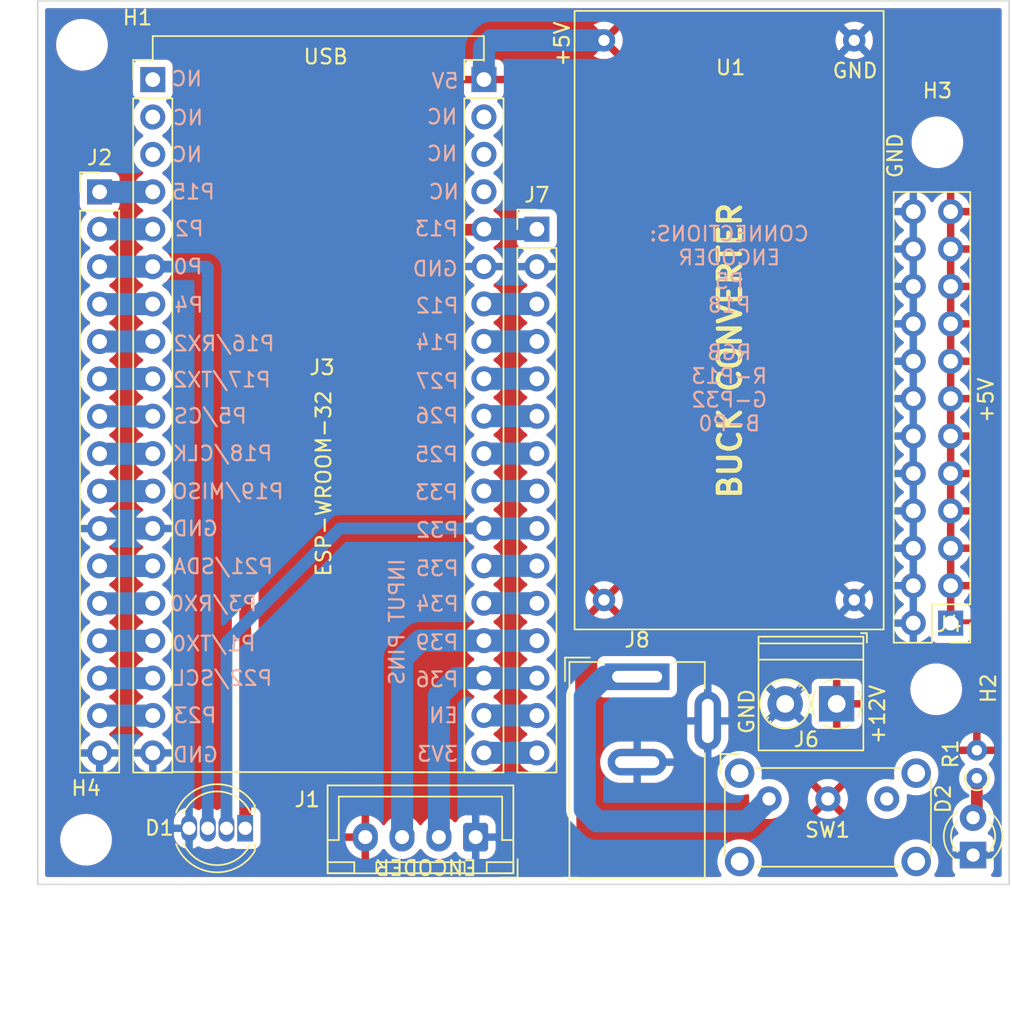
<source format=kicad_pcb>
(kicad_pcb (version 20221018) (generator pcbnew)
  (layers (0 "F.Cu" signal) (31 "B.Cu" signal) (34 "B.Paste" user) (35 "F.Paste" user) (36 "B.SilkS" user "B.Silkscreen") (37 "F.SilkS" user "F.Silkscreen") (38 "B.Mask" user) (39 "F.Mask" user) (44 "Edge.Cuts" user))
  (net 0 "")
  (net 1 "White")
  (net 2 "Green")
  (net 3 "GND")
  (net 4 "+5V")
  (net 5 "ENA")
  (net 6 "IN1")
  (net 7 "IN2")
  (net 8 "IN3")
  (net 9 "IN4")
  (net 10 "ENB")
  (net 11 "+12V")
  (net 12 "R")
  (net 13 "G")
  (net 14 "B")
  (net 15 "Net-(D2-Pad2)")
  (net 19 "Net-(J3-Pad14)")
  (net 20 "Net-(J3-Pad15)")
  (net 21 "Net-(J3-Pad18)")
  (net 22 "+3V3")
  (net 23 "Net-(J2-Pad15)")
  (net 24 "Net-(J2-Pad14)")
  (net 25 "Net-(J2-Pad13)")
  (net 26 "Net-(J2-Pad12)")
  (net 27 "Net-(J2-Pad11)")
  (net 28 "Net-(J2-Pad9)")
  (net 29 "Net-(J2-Pad8)")
  (net 30 "Net-(J2-Pad7)")
  (net 31 "Net-(J2-Pad6)")
  (net 32 "Net-(J2-Pad5)")
  (net 33 "Net-(J2-Pad4)")
  (net 34 "Net-(J2-Pad2)")
  (net 35 "Net-(J2-Pad1)")
  (net 39 "Net-(J8-Pad1)")
  (footprint "LED_THT:LED_D5.0mm-4_RGB" (layer "F.Cu") (at 61.175 146.19 180)
    (fp_text reference "D1" (at 5.83 0.02 180) (layer "F.SilkS"))
    (fp_text value "LED_RGBK")
    (fp_line (start -0.655 -1.545) (end -0.655 -1.08) (stroke (width 0.12)) (layer "F.SilkS"))
    (fp_line (start -0.655 1.08) (end -0.655 1.545) (stroke (width 0.12)) (layer "F.SilkS"))
    (fp_arc (start -0.655 -1.54483) (mid 2.163456 -2.978809) (end 4.692815 -1.080827) (stroke (width 0.12)) (layer "F.SilkS"))
    (fp_arc (start -0.349684 -1.08) (mid 1.904762 -2.5) (end 4.159479 -1.080429) (stroke (width 0.12)) (layer "F.SilkS"))
    (fp_arc (start 4.159479 1.080429) (mid 1.904762 2.5) (end -0.349684 1.08) (stroke (width 0.12)) (layer "F.SilkS"))
    (fp_arc (start 4.692815 1.080827) (mid 2.163456 2.978808) (end -0.655 1.54483) (stroke (width 0.12)) (layer "F.SilkS"))
    (pad "1" thru_hole rect (at 0 0 180) (size 1.07 1.8) (drill 0.9) (layers "*.Cu" "*.Mask") (net 12 "R"))
    (pad "2" thru_hole oval (at 1.27 0 180) (size 1.07 1.8) (drill 0.9) (layers "*.Cu" "*.Mask") (net 13 "G"))
    (pad "3" thru_hole oval (at 2.54 0 180) (size 1.07 1.8) (drill 0.9) (layers "*.Cu" "*.Mask") (net 14 "B"))
    (pad "4" thru_hole oval (at 3.81 0 180) (size 1.07 1.8) (drill 0.9) (layers "*.Cu" "*.Mask") (net 3 "GND"))
  )
  (footprint "ESP32 WROOM BOARD TYPE C:ESP-WROOM-32 TYPE C" (layer "F.Cu") (at 54.895 117.4)
    (fp_text reference "J3" (at 11.5 -2.5 unlocked) (layer "F.SilkS"))
    (fp_text value "ESP-WROOM-32_USBC")
    (fp_text user "NC" (at 19.66 -19.52 unlocked) (layer "B.SilkS") (effects (justify mirror)))
    (fp_text user "P36" (at 19.31 18.69 unlocked) (layer "B.SilkS") (effects (justify mirror)))
    (fp_text user "P0" (at 2.39 -9.34 unlocked) (layer "B.SilkS") (effects (justify mirror)))
    (fp_text user "INPUT PINS" (at 16.59 14.77 90 unlocked) (layer "B.SilkS") (effects (justify mirror)))
    (fp_text user "P5/CS" (at 3.91 0.8 unlocked) (layer "B.SilkS") (effects (justify mirror)))
    (fp_text user "P13" (at 19.27 -11.92 unlocked) (layer "B.SilkS") (effects (justify mirror)))
    (fp_text user "P19/MISO" (at 5.1 5.92 unlocked) (layer "B.SilkS") (effects (justify mirror)))
    (fp_text user "GND" (at 2.91 23.8 unlocked) (layer "B.SilkS") (effects (justify mirror)))
    (fp_text user "P32" (at 19.33 8.54 unlocked) (layer "B.SilkS") (effects (justify mirror)))
    (fp_text user "NC" (at 2.32 -22.1 unlocked) (layer "B.SilkS") (effects (justify mirror)))
    (fp_text user "P3/RX0" (at 4.13 13.54 unlocked) (layer "B.SilkS") (effects (justify mirror)))
    (fp_text user "P34" (at 19.33 13.56 unlocked) (layer "B.SilkS") (effects (justify mirror)))
    (fp_text user "GND" (at 19.19 -9.2 unlocked) (layer "B.SilkS") (effects (justify mirror)))
    (fp_text user "P27" (at 19.32 -1.57 unlocked) (layer "B.SilkS") (effects (justify mirror)))
    (fp_text user "NC" (at 2.33 -16.96 unlocked) (layer "B.SilkS") (effects (justify mirror)))
    (fp_text user "P23" (at 2.87 21.13 unlocked) (layer "B.SilkS") (effects (justify mirror)))
    (fp_text user "P21/SDA" (at 4.79 11.01 unlocked) (layer "B.SilkS") (effects (justify mirror)))
    (fp_text user "P39" (at 19.31 16.17 unlocked) (layer "B.SilkS") (effects (justify mirror)))
    (fp_text user "P2" (at 2.48 -11.92 unlocked) (layer "B.SilkS") (effects (justify mirror)))
    (fp_text user "NC" (at 2.39 -19.46 unlocked) (layer "B.SilkS") (effects (justify mirror)))
    (fp_text user "P4" (at 2.45 -6.74 unlocked) (layer "B.SilkS") (effects (justify mirror)))
    (fp_text user "P18/CLK" (at 4.74 3.34 unlocked) (layer "B.SilkS") (effects (justify mirror)))
    (fp_text user "P12" (at 19.32 -6.69 unlocked) (layer "B.SilkS") (effects (justify mirror)))
    (fp_text user "NC" (at 19.66 -17.02 unlocked) (layer "B.SilkS") (effects (justify mirror)))
    (fp_text user "P25" (at 19.28 3.41 unlocked) (layer "B.SilkS") (effects (justify mirror)))
    (fp_text user "GND" (at 2.9 8.44 unlocked) (layer "B.SilkS") (effects (justify mirror)))
    (fp_text user "P26" (at 19.3 0.78 unlocked) (layer "B.SilkS") (effects (justify mirror)))
    (fp_text user "3V3" (at 19.35 23.75 unlocked) (layer "B.SilkS") (effects (justify mirror)))
    (fp_text user "P14" (at 19.32 -4.2 unlocked) (layer "B.SilkS") (effects (justify mirror)))
    (fp_text user "P33" (at 19.28 5.98 unlocked) (layer "B.SilkS") (effects (justify mirror)))
    (fp_text user "P17/TX2" (at 4.7 -1.66 unlocked) (layer "B.SilkS") (effects (justify mirror)))
    (fp_text user "5V" (at 19.86 -21.95 unlocked) (layer "B.SilkS") (effects (justify mirror)))
    (fp_text user "P22/SCL" (at 4.76 18.6 unlocked) (layer "B.SilkS") (effects (justify mirror)))
    (fp_text user "P15" (at 2.76 -14.42 unlocked) (layer "B.SilkS") (effects (justify mirror)))
    (fp_text user "EN" (at 19.75 21.13 unlocked) (layer "B.SilkS") (effects (justify mirror)))
    (fp_text user "P16/RX2" (at 4.84 -4.12 unlocked) (layer "B.SilkS") (effects (justify mirror)))
    (fp_text user "P1/TX0" (at 4.15 16.26 unlocked) (layer "B.SilkS") (effects (justify mirror)))
    (fp_text user "NC" (at 19.78 -14.43 unlocked) (layer "B.SilkS") (effects (justify mirror)))
    (fp_text user "P35" (at 19.33 11.15 unlocked) (layer "B.SilkS") (effects (justify mirror)))
    (fp_text user "USB" (at 11.75 -23.6 unlocked) (layer "F.SilkS"))
    (fp_line (start -1.33 -23.375) (end 0 -23.375) (stroke (width 0.12)) (layer "F.SilkS"))
    (fp_line (start -1.33 -22.045) (end -1.33 -23.375) (stroke (width 0.12)) (layer "F.SilkS"))
    (fp_line (start -1.33 -20.775) (end -1.33 25.005) (stroke (width 0.12)) (layer "F.SilkS"))
    (fp_line (start -1.33 -20.775) (end 1.33 -20.775) (stroke (width 0.12)) (layer "F.SilkS"))
    (fp_line (start -1.33 25.005) (end 1.33 25.005) (stroke (width 0.12)) (layer "F.SilkS"))
    (fp_line (start 0 -25) (end 0 -23.375) (stroke (width 0.12)) (layer "F.SilkS"))
    (fp_line (start 1.33 -20.775) (end 1.33 25.005) (stroke (width 0.12)) (layer "F.SilkS"))
    (fp_line (start 1.33 24.97) (end 22.51 24.99) (stroke (width 0.12)) (layer "F.SilkS"))
    (fp_line (start 21.17 -23.38) (end 22.5 -23.38) (stroke (width 0.12)) (layer "F.SilkS"))
    (fp_line (start 21.17 -22.05) (end 21.17 -23.38) (stroke (width 0.12)) (layer "F.SilkS"))
    (fp_line (start 21.17 -20.78) (end 21.17 25) (stroke (width 0.12)) (layer "F.SilkS"))
    (fp_line (start 21.17 -20.78) (end 23.83 -20.78) (stroke (width 0.12)) (layer "F.SilkS"))
    (fp_line (start 21.17 25) (end 23.83 25) (stroke (width 0.12)) (layer "F.SilkS"))
    (fp_line (start 22.5 -25) (end 0 -25) (stroke (width 0.12)) (layer "F.SilkS"))
    (fp_line (start 22.5 -23.32) (end 22.5 -25) (stroke (width 0.12)) (layer "F.SilkS"))
    (fp_line (start 23.83 -20.78) (end 23.83 25) (stroke (width 0.12)) (layer "F.SilkS"))
    (pad "1" thru_hole rect (at 22.5 -22.05) (size 1.7 1.7) (drill 1) (layers "*.Cu" "*.Mask") (net 4 "+5V"))
    (pad "2" thru_hole oval (at 22.5 -19.51) (size 1.7 1.7) (drill 1) (layers "*.Cu" "*.Mask"))
    (pad "3" thru_hole oval (at 22.5 -16.97) (size 1.7 1.7) (drill 1) (layers "*.Cu" "*.Mask"))
    (pad "4" thru_hole oval (at 22.5 -14.43) (size 1.7 1.7) (drill 1) (layers "*.Cu" "*.Mask"))
    (pad "5" thru_hole oval (at 22.5 -11.89) (size 1.7 1.7) (drill 1) (layers "*.Cu" "*.Mask") (net 12 "R"))
    (pad "6" thru_hole oval (at 22.5 -9.35) (size 1.7 1.7) (drill 1) (layers "*.Cu" "*.Mask") (net 3 "GND"))
    (pad "7" thru_hole oval (at 22.5 -6.81) (size 1.7 1.7) (drill 1) (layers "*.Cu" "*.Mask") (net 5 "ENA"))
    (pad "8" thru_hole oval (at 22.5 -4.27) (size 1.7 1.7) (drill 1) (layers "*.Cu" "*.Mask") (net 6 "IN1"))
    (pad "9" thru_hole oval (at 22.5 -1.73) (size 1.7 1.7) (drill 1) (layers "*.Cu" "*.Mask") (net 7 "IN2"))
    (pad "10" thru_hole oval (at 22.5 0.81) (size 1.7 1.7) (drill 1) (layers "*.Cu" "*.Mask") (net 8 "IN3"))
    (pad "11" thru_hole oval (at 22.5 3.35) (size 1.7 1.7) (drill 1) (layers "*.Cu" "*.Mask") (net 9 "IN4"))
    (pad "12" thru_hole oval (at 22.5 5.89) (size 1.7 1.7) (drill 1) (layers "*.Cu" "*.Mask") (net 10 "ENB"))
    (pad "13" thru_hole oval (at 22.5 8.43) (size 1.7 1.7) (drill 1) (layers "*.Cu" "*.Mask") (net 13 "G"))
    (pad "14" thru_hole oval (at 22.5 10.97) (size 1.7 1.7) (drill 1) (layers "*.Cu" "*.Mask") (net 19 "Net-(J3-Pad14)"))
    (pad "15" thru_hole oval (at 22.5 13.51) (size 1.7 1.7) (drill 1) (layers "*.Cu" "*.Mask") (net 20 "Net-(J3-Pad15)"))
    (pad "16" thru_hole oval (at 22.5 16.05) (size 1.7 1.7) (drill 1) (layers "*.Cu" "*.Mask") (net 1 "White"))
    (pad "17" thru_hole oval (at 22.5 18.59) (size 1.7 1.7) (drill 1) (layers "*.Cu" "*.Mask") (net 2 "Green"))
    (pad "18" thru_hole oval (at 22.5 21.13) (size 1.7 1.7) (drill 1) (layers "*.Cu" "*.Mask") (net 21 "Net-(J3-Pad18)"))
    (pad "19" thru_hole oval (at 22.5 23.67) (size 1.7 1.7) (drill 1) (layers "*.Cu" "*.Mask") (net 22 "+3V3"))
    (pad "20" thru_hole oval (at 0 23.675) (size 1.7 1.7) (drill 1) (layers "*.Cu" "*.Mask") (net 3 "GND"))
    (pad "21" thru_hole oval (at 0 21.135) (size 1.7 1.7) (drill 1) (layers "*.Cu" "*.Mask") (net 23 "Net-(J2-Pad15)"))
    (pad "22" thru_hole oval (at 0 18.595) (size 1.7 1.7) (drill 1) (layers "*.Cu" "*.Mask") (net 24 "Net-(J2-Pad14)"))
    (pad "23" thru_hole oval (at 0 16.055) (size 1.7 1.7) (drill 1) (layers "*.Cu" "*.Mask") (net 25 "Net-(J2-Pad13)"))
    (pad "24" thru_hole oval (at 0 13.515) (size 1.7 1.7) (drill 1) (layers "*.Cu" "*.Mask") (net 26 "Net-(J2-Pad12)"))
    (pad "25" thru_hole oval (at 0 10.975) (size 1.7 1.7) (drill 1) (layers "*.Cu" "*.Mask") (net 27 "Net-(J2-Pad11)"))
    (pad "26" thru_hole oval (at 0 8.435) (size 1.7 1.7) (drill 1) (layers "*.Cu" "*.Mask") (net 3 "GND"))
    (pad "27" thru_hole oval (at 0 5.895) (size 1.7 1.7) (drill 1) (layers "*.Cu" "*.Mask") (net 28 "Net-(J2-Pad9)"))
    (pad "28" thru_hole oval (at 0 3.355) (size 1.7 1.7) (drill 1) (layers "*.Cu" "*.Mask") (net 29 "Net-(J2-Pad8)"))
    (pad "29" thru_hole oval (at 0 0.815) (size 1.7 1.7) (drill 1) (layers "*.Cu" "*.Mask") (net 30 "Net-(J2-Pad7)"))
    (pad "30" thru_hole oval (at 0 -1.725) (size 1.7 1.7) (drill 1) (layers "*.Cu" "*.Mask") (net 31 "Net-(J2-Pad6)"))
    (pad "31" thru_hole oval (at 0 -4.265) (size 1.7 1.7) (drill 1) (layers "*.Cu" "*.Mask") (net 32 "Net-(J2-Pad5)"))
    (pad "32" thru_hole oval (at 0 -6.805) (size 1.7 1.7) (drill 1) (layers "*.Cu" "*.Mask") (net 33 "Net-(J2-Pad4)"))
    (pad "33" thru_hole oval (at 0 -9.345) (size 1.7 1.7) (drill 1) (layers "*.Cu" "*.Mask") (net 14 "B"))
    (pad "34" thru_hole oval (at 0 -11.885) (size 1.7 1.7) (drill 1) (layers "*.Cu" "*.Mask") (net 34 "Net-(J2-Pad2)"))
    (pad "35" thru_hole oval (at 0 -14.425) (size 1.7 1.7) (drill 1) (layers "*.Cu" "*.Mask") (net 35 "Net-(J2-Pad1)"))
    (pad "36" thru_hole oval (at 0 -16.965) (size 1.7 1.7) (drill 1) (layers "*.Cu" "*.Mask"))
    (pad "37" thru_hole oval (at 0 -19.505) (size 1.7 1.7) (drill 1) (layers "*.Cu" "*.Mask"))
    (pad "38" thru_hole rect (at 0 -22.045) (size 1.7 1.7) (drill 1) (layers "*.Cu" "*.Mask"))
  )
  (footprint "MountingHole:MountingHole_2.5mm" (layer "F.Cu") (at 108.205 99.61)
    (fp_text reference "H3" (at 0 -3.5) (layer "F.SilkS"))
    (fp_text value "MountingHole")
    (pad "" np_thru_hole circle (at 0 0) (size 2.5 2.5) (drill 2.5) (layers "*.Cu" "*.Mask"))
  )
  (footprint "Connector_JST:JST_XH_B4B-XH-A_1x04_P2.50mm_Vertical" (layer "F.Cu") (at 76.835 146.79 180)
    (fp_text reference "J1" (at 11.45 2.55) (layer "F.SilkS"))
    (fp_text value "Conn_01x04_Male")
    (fp_line (start -2.85 -2.75) (end -2.85 -1.5) (stroke (width 0.12)) (layer "F.SilkS"))
    (fp_line (start -2.56 -2.46) (end -2.56 3.51) (stroke (width 0.12)) (layer "F.SilkS"))
    (fp_line (start -2.56 3.51) (end 10.06 3.51) (stroke (width 0.12)) (layer "F.SilkS"))
    (fp_line (start -2.55 -2.45) (end -2.55 -1.7) (stroke (width 0.12)) (layer "F.SilkS"))
    (fp_line (start -2.55 -1.7) (end -0.75 -1.7) (stroke (width 0.12)) (layer "F.SilkS"))
    (fp_line (start -2.55 -0.2) (end -1.8 -0.2) (stroke (width 0.12)) (layer "F.SilkS"))
    (fp_line (start -1.8 -0.2) (end -1.8 2.75) (stroke (width 0.12)) (layer "F.SilkS"))
    (fp_line (start -1.8 2.75) (end 3.75 2.75) (stroke (width 0.12)) (layer "F.SilkS"))
    (fp_line (start -1.6 -2.75) (end -2.85 -2.75) (stroke (width 0.12)) (layer "F.SilkS"))
    (fp_line (start -0.75 -2.45) (end -2.55 -2.45) (stroke (width 0.12)) (layer "F.SilkS"))
    (fp_line (start -0.75 -1.7) (end -0.75 -2.45) (stroke (width 0.12)) (layer "F.SilkS"))
    (fp_line (start 0.75 -2.45) (end 0.75 -1.7) (stroke (width 0.12)) (layer "F.SilkS"))
    (fp_line (start 0.75 -1.7) (end 6.75 -1.7) (stroke (width 0.12)) (layer "F.SilkS"))
    (fp_line (start 6.75 -2.45) (end 0.75 -2.45) (stroke (width 0.12)) (layer "F.SilkS"))
    (fp_line (start 6.75 -1.7) (end 6.75 -2.45) (stroke (width 0.12)) (layer "F.SilkS"))
    (fp_line (start 8.25 -2.45) (end 8.25 -1.7) (stroke (width 0.12)) (layer "F.SilkS"))
    (fp_line (start 8.25 -1.7) (end 10.05 -1.7) (stroke (width 0.12)) (layer "F.SilkS"))
    (fp_line (start 9.3 -0.2) (end 9.3 2.75) (stroke (width 0.12)) (layer "F.SilkS"))
    (fp_line (start 9.3 2.75) (end 3.75 2.75) (stroke (width 0.12)) (layer "F.SilkS"))
    (fp_line (start 10.05 -2.45) (end 8.25 -2.45) (stroke (width 0.12)) (layer "F.SilkS"))
    (fp_line (start 10.05 -1.7) (end 10.05 -2.45) (stroke (width 0.12)) (layer "F.SilkS"))
    (fp_line (start 10.05 -0.2) (end 9.3 -0.2) (stroke (width 0.12)) (layer "F.SilkS"))
    (fp_line (start 10.06 -2.46) (end -2.56 -2.46) (stroke (width 0.12)) (layer "F.SilkS"))
    (fp_line (start 10.06 3.51) (end 10.06 -2.46) (stroke (width 0.12)) (layer "F.SilkS"))
    (pad "1" thru_hole roundrect (at 0 0 180) (size 1.7 1.95) (drill 0.95) (layers "*.Cu" "*.Mask") (roundrect_rratio 0.1470588235) (net 3 "GND"))
    (pad "2" thru_hole oval (at 2.5 0 180) (size 1.7 1.95) (drill 0.95) (layers "*.Cu" "*.Mask") (net 2 "Green"))
    (pad "3" thru_hole oval (at 5 0 180) (size 1.7 1.95) (drill 0.95) (layers "*.Cu" "*.Mask") (net 1 "White"))
    (pad "4" thru_hole oval (at 7.5 0 180) (size 1.7 1.95) (drill 0.95) (layers "*.Cu" "*.Mask") (net 4 "+5V"))
  )
  (footprint "Connector_PinHeader_2.54mm:PinHeader_2x12_P2.54mm_Vertical" (layer "F.Cu") (at 109.107 132.258 180)
    (fp_text reference "J4" (at 0.102 -0.082) (layer "F.SilkS"))
    (fp_text value "Conn_02x12_Odd_Even")
    (fp_line (start -1.33 -1.33) (end 0 -1.33) (stroke (width 0.12)) (layer "F.SilkS"))
    (fp_line (start -1.33 0) (end -1.33 -1.33) (stroke (width 0.12)) (layer "F.SilkS"))
    (fp_line (start -1.33 1.27) (end -1.33 29.27) (stroke (width 0.12)) (layer "F.SilkS"))
    (fp_line (start -1.33 1.27) (end 1.27 1.27) (stroke (width 0.12)) (layer "F.SilkS"))
    (fp_line (start -1.33 29.27) (end 3.87 29.27) (stroke (width 0.12)) (layer "F.SilkS"))
    (fp_line (start 1.27 -1.33) (end 3.87 -1.33) (stroke (width 0.12)) (layer "F.SilkS"))
    (fp_line (start 1.27 1.27) (end 1.27 -1.33) (stroke (width 0.12)) (layer "F.SilkS"))
    (fp_line (start 3.87 -1.33) (end 3.87 29.27) (stroke (width 0.12)) (layer "F.SilkS"))
    (pad "1" thru_hole rect (at 0 0 180) (size 1.7 1.7) (drill 1) (layers "*.Cu" "*.Mask") (net 4 "+5V"))
    (pad "2" thru_hole oval (at 2.54 0 180) (size 1.7 1.7) (drill 1) (layers "*.Cu" "*.Mask") (net 3 "GND"))
    (pad "3" thru_hole oval (at 0 2.54 180) (size 1.7 1.7) (drill 1) (layers "*.Cu" "*.Mask") (net 4 "+5V"))
    (pad "4" thru_hole oval (at 2.54 2.54 180) (size 1.7 1.7) (drill 1) (layers "*.Cu" "*.Mask") (net 3 "GND"))
    (pad "5" thru_hole oval (at 0 5.08 180) (size 1.7 1.7) (drill 1) (layers "*.Cu" "*.Mask") (net 4 "+5V"))
    (pad "6" thru_hole oval (at 2.54 5.08 180) (size 1.7 1.7) (drill 1) (layers "*.Cu" "*.Mask") (net 3 "GND"))
    (pad "7" thru_hole oval (at 0 7.62 180) (size 1.7 1.7) (drill 1) (layers "*.Cu" "*.Mask") (net 4 "+5V"))
    (pad "8" thru_hole oval (at 2.54 7.62 180) (size 1.7 1.7) (drill 1) (layers "*.Cu" "*.Mask") (net 3 "GND"))
    (pad "9" thru_hole oval (at 0 10.16 180) (size 1.7 1.7) (drill 1) (layers "*.Cu" "*.Mask") (net 4 "+5V"))
    (pad "10" thru_hole oval (at 2.54 10.16 180) (size 1.7 1.7) (drill 1) (layers "*.Cu" "*.Mask") (net 3 "GND"))
    (pad "11" thru_hole oval (at 0 12.7 180) (size 1.7 1.7) (drill 1) (layers "*.Cu" "*.Mask") (net 4 "+5V"))
    (pad "12" thru_hole oval (at 2.54 12.7 180) (size 1.7 1.7) (drill 1) (layers "*.Cu" "*.Mask") (net 3 "GND"))
    (pad "13" thru_hole oval (at 0 15.24 180) (size 1.7 1.7) (drill 1) (layers "*.Cu" "*.Mask") (net 4 "+5V"))
    (pad "14" thru_hole oval (at 2.54 15.24 180) (size 1.7 1.7) (drill 1) (layers "*.Cu" "*.Mask") (net 3 "GND"))
    (pad "15" thru_hole oval (at 0 17.78 180) (size 1.7 1.7) (drill 1) (layers "*.Cu" "*.Mask") (net 4 "+5V"))
    (pad "16" thru_hole oval (at 2.54 17.78 180) (size 1.7 1.7) (drill 1) (layers "*.Cu" "*.Mask") (net 3 "GND"))
    (pad "17" thru_hole oval (at 0 20.32 180) (size 1.7 1.7) (drill 1) (layers "*.Cu" "*.Mask") (net 4 "+5V"))
    (pad "18" thru_hole oval (at 2.54 20.32 180) (size 1.7 1.7) (drill 1) (layers "*.Cu" "*.Mask") (net 3 "GND"))
    (pad "19" thru_hole oval (at 0 22.86 180) (size 1.7 1.7) (drill 1) (layers "*.Cu" "*.Mask") (net 4 "+5V"))
    (pad "20" thru_hole oval (at 2.54 22.86 180) (size 1.7 1.7) (drill 1) (layers "*.Cu" "*.Mask") (net 3 "GND"))
    (pad "21" thru_hole oval (at 0 25.4 180) (size 1.7 1.7) (drill 1) (layers "*.Cu" "*.Mask") (net 4 "+5V"))
    (pad "22" thru_hole oval (at 2.54 25.4 180) (size 1.7 1.7) (drill 1) (layers "*.Cu" "*.Mask") (net 3 "GND"))
    (pad "23" thru_hole oval (at 0 27.94 180) (size 1.7 1.7) (drill 1) (layers "*.Cu" "*.Mask") (net 4 "+5V"))
    (pad "24" thru_hole oval (at 2.54 27.94 180) (size 1.7 1.7) (drill 1) (layers "*.Cu" "*.Mask") (net 3 "GND"))
  )
  (footprint "LED_THT:LED_D3.0mm" (layer "F.Cu") (at 110.631 148.011 90)
    (fp_text reference "D2" (at 3.815 -2.032 90) (layer "F.SilkS"))
    (fp_text value "LED")
    (fp_line (start -0.29 -1.236) (end -0.29 -1.08) (stroke (width 0.12)) (layer "F.SilkS"))
    (fp_line (start -0.29 1.08) (end -0.29 1.236) (stroke (width 0.12)) (layer "F.SilkS"))
    (fp_arc (start -0.29 -1.235516) (mid 1.366487 -1.987659) (end 2.942335 -1.078608) (stroke (width 0.12)) (layer "F.SilkS"))
    (fp_arc (start 0.229039 -1.08) (mid 1.270117 -1.5) (end 2.31113 -1.079837) (stroke (width 0.12)) (layer "F.SilkS"))
    (fp_arc (start 2.31113 1.079837) (mid 1.270117 1.5) (end 0.229039 1.08) (stroke (width 0.12)) (layer "F.SilkS"))
    (fp_arc (start 2.942335 1.078608) (mid 1.366487 1.987659) (end -0.29 1.235516) (stroke (width 0.12)) (layer "F.SilkS"))
    (pad "1" thru_hole rect (at 0 0 90) (size 1.8 1.8) (drill 0.9) (layers "*.Cu" "*.Mask") (net 3 "GND"))
    (pad "2" thru_hole circle (at 2.54 0 90) (size 1.8 1.8) (drill 0.9) (layers "*.Cu" "*.Mask") (net 15 "Net-(D2-Pad2)"))
  )
  (footprint "MountingHole:MountingHole_2.5mm" (layer "F.Cu") (at 50.085 92.99)
    (fp_text reference "H1" (at 3.77 -1.84) (layer "F.SilkS"))
    (fp_text value "MountingHole")
    (pad "" np_thru_hole circle (at 0 0) (size 2.5 2.5) (drill 2.5) (layers "*.Cu" "*.Mask"))
  )
  (footprint "Resistor_THT:R_Axial_DIN0204_L3.6mm_D1.6mm_P1.90mm_Vertical" (layer "F.Cu") (at 110.885 142.794 90)
    (fp_text reference "R1" (at 1.646 -1.778 90) (layer "F.SilkS"))
    (fp_text value "1130")
    (fp_arc (start 0.320095 0.749359) (mid -0.813042 -0.054435) (end 0.417133 -0.7) (stroke (width 0.12)) (layer "F.SilkS"))
    (pad "1" thru_hole circle (at 0 0 90) (size 1.4 1.4) (drill 0.7) (layers "*.Cu" "*.Mask") (net 15 "Net-(D2-Pad2)"))
    (pad "2" thru_hole oval (at 1.9 0 90) (size 1.4 1.4) (drill 0.7) (layers "*.Cu" "*.Mask") (net 11 "+12V"))
  )
  (footprint "MountingHole:MountingHole_2.5mm" (layer "F.Cu") (at 50.365 146.97)
    (fp_text reference "H4" (at 0 -3.5) (layer "F.SilkS"))
    (fp_text value "MountingHole")
    (pad "" np_thru_hole circle (at 0 0) (size 2.5 2.5) (drill 2.5) (layers "*.Cu" "*.Mask"))
  )
  (footprint "Buck converter:LM2596" (layer "F.Cu") (at 94.055 111.69 -90)
    (fp_text reference "U1" (at -17.15 -0.1 unlocked) (layer "F.SilkS"))
    (fp_text value "LM2596S")
    (fp_rect (start -21 -10.5) (end 21 10.5) (stroke (width 0.12)) (fill none) (layer "F.SilkS"))
    (pad "1" thru_hole circle (at 19 8.5 270) (size 1.524 1.524) (drill 0.762) (layers "*.Cu" "*.Mask") (net 11 "+12V"))
    (pad "2" thru_hole circle (at 19 -8.5 270) (size 1.524 1.524) (drill 0.762) (layers "*.Cu" "*.Mask") (net 3 "GND"))
    (pad "3" thru_hole circle (at -19 -8.5 270) (size 1.524 1.524) (drill 0.762) (layers "*.Cu" "*.Mask") (net 3 "GND"))
    (pad "4" thru_hole circle (at -19 8.5 270) (size 1.524 1.524) (drill 0.762) (layers "*.Cu" "*.Mask") (net 4 "+5V"))
  )
  (footprint "TerminalBlock_Phoenix:TerminalBlock_Phoenix_PT-1,5-2-3.5-H_1x02_P3.50mm_Horizontal" (layer "F.Cu") (at 101.365 137.74 180)
    (fp_text reference "J6" (at 2.06 -2.42 180) (layer "F.SilkS"))
    (fp_text value "Screw_Terminal_01x02")
    (fp_line (start -2.05 4.16) (end -2.05 4.8) (stroke (width 0.12)) (layer "F.SilkS"))
    (fp_line (start -2.05 4.8) (end -1.65 4.8) (stroke (width 0.12)) (layer "F.SilkS"))
    (fp_line (start -1.81 -3.16) (end -1.81 4.56) (stroke (width 0.12)) (layer "F.SilkS"))
    (fp_line (start -1.81 -3.16) (end 5.31 -3.16) (stroke (width 0.12)) (layer "F.SilkS"))
    (fp_line (start -1.81 3) (end 5.31 3) (stroke (width 0.12)) (layer "F.SilkS"))
    (fp_line (start -1.81 4.1) (end 5.31 4.1) (stroke (width 0.12)) (layer "F.SilkS"))
    (fp_line (start -1.81 4.56) (end 5.31 4.56) (stroke (width 0.12)) (layer "F.SilkS"))
    (fp_line (start 2.355 0.941) (end 2.226 1.069) (stroke (width 0.12)) (layer "F.SilkS"))
    (fp_line (start 2.525 1.181) (end 2.431 1.274) (stroke (width 0.12)) (layer "F.SilkS"))
    (fp_line (start 4.57 -1.275) (end 4.476 -1.181) (stroke (width 0.12)) (layer "F.SilkS"))
    (fp_line (start 4.775 -1.069) (end 4.646 -0.941) (stroke (width 0.12)) (layer "F.SilkS"))
    (fp_line (start 5.31 -3.16) (end 5.31 4.56) (stroke (width 0.12)) (layer "F.SilkS"))
    (fp_arc (start -1.425358 0.889894) (mid -1.680286 0.014012) (end -1.44 -0.866) (stroke (width 0.12)) (layer "F.SilkS"))
    (fp_arc (start -0.889894 -1.425358) (mid -0.014012 -1.680286) (end 0.866 -1.44) (stroke (width 0.12)) (layer "F.SilkS"))
    (fp_arc (start 0.028674 1.680099) (mid -0.435535 1.622918) (end -0.866 1.44) (stroke (width 0.12)) (layer "F.SilkS"))
    (fp_arc (start 0.890264 1.424721) (mid 0.463071 1.61492) (end 0 1.68) (stroke (width 0.12)) (layer "F.SilkS"))
    (fp_arc (start 1.425504 -0.890193) (mid 1.680626 0.000476) (end 1.425 0.891) (stroke (width 0.12)) (layer "F.SilkS"))
    (fp_circle (center 3.5 0) (end 5.18 0) (stroke (width 0.12)) (fill none) (layer "F.SilkS"))
    (pad "1" thru_hole rect (at 0 0 180) (size 2.4 2.4) (drill 1.2) (layers "*.Cu" "*.Mask") (net 11 "+12V"))
    (pad "2" thru_hole circle (at 3.5 0 180) (size 2.4 2.4) (drill 1.2) (layers "*.Cu" "*.Mask") (net 3 "GND"))
  )
  (footprint "Connector_PinHeader_2.54mm:PinHeader_1x16_P2.54mm_Vertical" (layer "F.Cu") (at 51.285 102.98)
    (fp_text reference "J2" (at 0 -2.33) (layer "F.SilkS"))
    (fp_text value "Conn_01x16_Male")
    (fp_line (start -1.33 -1.33) (end 0 -1.33) (stroke (width 0.12)) (layer "F.SilkS"))
    (fp_line (start -1.33 0) (end -1.33 -1.33) (stroke (width 0.12)) (layer "F.SilkS"))
    (fp_line (start -1.33 1.27) (end -1.33 39.43) (stroke (width 0.12)) (layer "F.SilkS"))
    (fp_line (start -1.33 1.27) (end 1.33 1.27) (stroke (width 0.12)) (layer "F.SilkS"))
    (fp_line (start -1.33 39.43) (end 1.33 39.43) (stroke (width 0.12)) (layer "F.SilkS"))
    (fp_line (start 1.33 1.27) (end 1.33 39.43) (stroke (width 0.12)) (layer "F.SilkS"))
    (pad "1" thru_hole rect (at 0 0) (size 1.7 1.7) (drill 1) (layers "*.Cu" "*.Mask") (net 35 "Net-(J2-Pad1)"))
    (pad "2" thru_hole oval (at 0 2.54) (size 1.7 1.7) (drill 1) (layers "*.Cu" "*.Mask") (net 34 "Net-(J2-Pad2)"))
    (pad "3" thru_hole oval (at 0 5.08) (size 1.7 1.7) (drill 1) (layers "*.Cu" "*.Mask") (net 14 "B"))
    (pad "4" thru_hole oval (at 0 7.62) (size 1.7 1.7) (drill 1) (layers "*.Cu" "*.Mask") (net 33 "Net-(J2-Pad4)"))
    (pad "5" thru_hole oval (at 0 10.16) (size 1.7 1.7) (drill 1) (layers "*.Cu" "*.Mask") (net 32 "Net-(J2-Pad5)"))
    (pad "6" thru_hole oval (at 0 12.7) (size 1.7 1.7) (drill 1) (layers "*.Cu" "*.Mask") (net 31 "Net-(J2-Pad6)"))
    (pad "7" thru_hole oval (at 0 15.24) (size 1.7 1.7) (drill 1) (layers "*.Cu" "*.Mask") (net 30 "Net-(J2-Pad7)"))
    (pad "8" thru_hole oval (at 0 17.78) (size 1.7 1.7) (drill 1) (layers "*.Cu" "*.Mask") (net 29 "Net-(J2-Pad8)"))
    (pad "9" thru_hole oval (at 0 20.32) (size 1.7 1.7) (drill 1) (layers "*.Cu" "*.Mask") (net 28 "Net-(J2-Pad9)"))
    (pad "10" thru_hole oval (at 0 22.86) (size 1.7 1.7) (drill 1) (layers "*.Cu" "*.Mask") (net 3 "GND"))
    (pad "11" thru_hole oval (at 0 25.4) (size 1.7 1.7) (drill 1) (layers "*.Cu" "*.Mask") (net 27 "Net-(J2-Pad11)"))
    (pad "12" thru_hole oval (at 0 27.94) (size 1.7 1.7) (drill 1) (layers "*.Cu" "*.Mask") (net 26 "Net-(J2-Pad12)"))
    (pad "13" thru_hole oval (at 0 30.48) (size 1.7 1.7) (drill 1) (layers "*.Cu" "*.Mask") (net 25 "Net-(J2-Pad13)"))
    (pad "14" thru_hole oval (at 0 33.02) (size 1.7 1.7) (drill 1) (layers "*.Cu" "*.Mask") (net 24 "Net-(J2-Pad14)"))
    (pad "15" thru_hole oval (at 0 35.56) (size 1.7 1.7) (drill 1) (layers "*.Cu" "*.Mask") (net 23 "Net-(J2-Pad15)"))
    (pad "16" thru_hole oval (at 0 38.1) (size 1.7 1.7) (drill 1) (layers "*.Cu" "*.Mask") (net 3 "GND"))
  )
  (footprint "MountingHole:MountingHole_2.5mm" (layer "F.Cu") (at 108.125 136.75)
    (fp_text reference "H2" (at 3.55 -0.06 90) (layer "F.SilkS"))
    (fp_text value "MountingHole")
    (pad "" np_thru_hole circle (at 0 0) (size 2.5 2.5) (drill 2.5) (layers "*.Cu" "*.Mask"))
  )
  (footprint "Connector_PinHeader_2.54mm:PinHeader_1x15_P2.54mm_Vertical" (layer "F.Cu") (at 80.995 105.515)
    (fp_text reference "J7" (at 0 -2.33) (layer "F.SilkS"))
    (fp_text value "Conn_01x15_Male")
    (fp_line (start -1.33 -1.33) (end 0 -1.33) (stroke (width 0.12)) (layer "F.SilkS"))
    (fp_line (start -1.33 0) (end -1.33 -1.33) (stroke (width 0.12)) (layer "F.SilkS"))
    (fp_line (start -1.33 1.27) (end -1.33 36.89) (stroke (width 0.12)) (layer "F.SilkS"))
    (fp_line (start -1.33 1.27) (end 1.33 1.27) (stroke (width 0.12)) (layer "F.SilkS"))
    (fp_line (start -1.33 36.89) (end 1.33 36.89) (stroke (width 0.12)) (layer "F.SilkS"))
    (fp_line (start 1.33 1.27) (end 1.33 36.89) (stroke (width 0.12)) (layer "F.SilkS"))
    (pad "1" thru_hole rect (at 0 0) (size 1.7 1.7) (drill 1) (layers "*.Cu" "*.Mask") (net 12 "R"))
    (pad "2" thru_hole oval (at 0 2.54) (size 1.7 1.7) (drill 1) (layers "*.Cu" "*.Mask") (net 3 "GND"))
    (pad "3" thru_hole oval (at 0 5.08) (size 1.7 1.7) (drill 1) (layers "*.Cu" "*.Mask") (net 5 "ENA"))
    (pad "4" thru_hole oval (at 0 7.62) (size 1.7 1.7) (drill 1) (layers "*.Cu" "*.Mask") (net 6 "IN1"))
    (pad "5" thru_hole oval (at 0 10.16) (size 1.7 1.7) (drill 1) (layers "*.Cu" "*.Mask") (net 7 "IN2"))
    (pad "6" thru_hole oval (at 0 12.7) (size 1.7 1.7) (drill 1) (layers "*.Cu" "*.Mask") (net 8 "IN3"))
    (pad "7" thru_hole oval (at 0 15.24) (size 1.7 1.7) (drill 1) (layers "*.Cu" "*.Mask") (net 9 "IN4"))
    (pad "8" thru_hole oval (at 0 17.78) (size 1.7 1.7) (drill 1) (layers "*.Cu" "*.Mask") (net 10 "ENB"))
    (pad "9" thru_hole oval (at 0 20.32) (size 1.7 1.7) (drill 1) (layers "*.Cu" "*.Mask") (net 13 "G"))
    (pad "10" thru_hole oval (at 0 22.86) (size 1.7 1.7) (drill 1) (layers "*.Cu" "*.Mask") (net 19 "Net-(J3-Pad14)"))
    (pad "11" thru_hole oval (at 0 25.4) (size 1.7 1.7) (drill 1) (layers "*.Cu" "*.Mask") (net 20 "Net-(J3-Pad15)"))
    (pad "12" thru_hole oval (at 0 27.94) (size 1.7 1.7) (drill 1) (layers "*.Cu" "*.Mask") (net 1 "White"))
    (pad "13" thru_hole oval (at 0 30.48) (size 1.7 1.7) (drill 1) (layers "*.Cu" "*.Mask") (net 2 "Green"))
    (pad "14" thru_hole oval (at 0 33.02) (size 1.7 1.7) (drill 1) (layers "*.Cu" "*.Mask") (net 21 "Net-(J3-Pad18)"))
    (pad "15" thru_hole oval (at 0 35.56) (size 1.7 1.7) (drill 1) (layers "*.Cu" "*.Mask") (net 22 "+3V3"))
  )
  (footprint "Connector_BarrelJack:BarrelJack_Wuerth_6941xx301002" (layer "F.Cu") (at 87.805 135.9)
    (fp_text reference "J8" (at 0 -2.5) (layer "F.SilkS"))
    (fp_text value "Barrel_Jack_Switch")
    (fp_line (start -4.9 -1.3) (end -4.9 0.3) (stroke (width 0.12)) (layer "F.SilkS"))
    (fp_line (start -4.6 -1) (end -2.5 -1) (stroke (width 0.12)) (layer "F.SilkS"))
    (fp_line (start -4.6 13.7) (end -4.6 -1) (stroke (width 0.12)) (layer "F.SilkS"))
    (fp_line (start -3.2 -1.3) (end -4.9 -1.3) (stroke (width 0.12)) (layer "F.SilkS"))
    (fp_line (start 2.5 -1) (end 4.6 -1) (stroke (width 0.12)) (layer "F.SilkS"))
    (fp_line (start 4.6 -1) (end 4.6 0.8) (stroke (width 0.12)) (layer "F.SilkS"))
    (fp_line (start 4.6 5.2) (end 4.6 13.7) (stroke (width 0.12)) (layer "F.SilkS"))
    (fp_line (start 4.6 13.7) (end -4.6 13.7) (stroke (width 0.12)) (layer "F.SilkS"))
    (pad "1" thru_hole rect (at 0 0) (size 4.4 1.8) (drill oval 3.4 0.8) (layers "*.Cu" "*.Mask") (net 39 "Net-(J8-Pad1)"))
    (pad "2" thru_hole oval (at 0 5.8) (size 4 1.8) (drill oval 3 0.8) (layers "*.Cu" "*.Mask") (net 3 "GND"))
    (pad "3" thru_hole oval (at 4.8 3 90) (size 4 1.8) (drill oval 3 0.8) (layers "*.Cu" "*.Mask") (net 3 "GND"))
  )
  (footprint "Button_Switch_THT:SW_E-Switch_EG1224_SPDT_Angled" (layer "F.Cu") (at 96.7675 144.1975)
    (fp_text reference "SW1" (at 3.9675 2.1125) (layer "F.SilkS"))
    (fp_text value "SW_DIP_x01")
    (fp_line (start -3.3 -3.05) (end -2 -3.05) (stroke (width 0.12)) (layer "F.SilkS"))
    (fp_line (start -3.3 -1.75) (end -3.3 -3.05) (stroke (width 0.12)) (layer "F.SilkS"))
    (fp_line (start -3 3.85) (end -3 -1.35) (stroke (width 0.12)) (layer "F.SilkS"))
    (fp_line (start -0.95 -2.1) (end 8.95 -2.1) (stroke (width 0.12)) (layer "F.SilkS"))
    (fp_line (start 8.95 4.6) (end -0.95 4.6) (stroke (width 0.12)) (layer "F.SilkS"))
    (fp_line (start 11 -1.35) (end 11 3.85) (stroke (width 0.12)) (layer "F.SilkS"))
    (pad "" thru_hole circle (at -2 -1.75) (size 2 2) (drill 1.2) (layers "*.Cu" "*.Mask"))
    (pad "" thru_hole circle (at -2 4.25) (size 2 2) (drill 1.2) (layers "*.Cu" "*.Mask"))
    (pad "" thru_hole circle (at 10 -1.75) (size 2 2) (drill 1.2) (layers "*.Cu" "*.Mask"))
    (pad "" thru_hole circle (at 10 4.25) (size 2 2) (drill 1.2) (layers "*.Cu" "*.Mask"))
    (pad "1" thru_hole circle (at 0 0) (size 1.7 1.7) (drill 0.9) (layers "*.Cu" "*.Mask") (net 39 "Net-(J8-Pad1)"))
    (pad "2" thru_hole circle (at 4 0) (size 1.7 1.7) (drill 0.9) (layers "*.Cu" "*.Mask") (net 11 "+12V"))
    (pad "3" thru_hole circle (at 8 0) (size 1.7 1.7) (drill 0.9) (layers "*.Cu" "*.Mask"))
  )
  (gr_rect (start 47.08 90) (end 113.08 150) (stroke (width 0.1)) (fill none) (layer "Edge.Cuts"))
  (gr_text "CONNECTIONS:\nENCODER\nP5\nP18\n\nRGB\nR-P13\nG-P32\nB-P0\n" (at 94.065 112.27) (layer "B.SilkS") (effects (font (size 1 1)) (justify mirror)))
  (gr_text "+5V\n" (at 111.505 117.12 90) (layer "F.SilkS") (effects (font (size 1 1))))
  (gr_text "+5V\n" (at 82.705 92.94 90) (layer "F.SilkS") (effects (font (size 1 1))))
  (gr_text "GND\n" (at 102.615 94.75) (layer "F.SilkS") (effects (font (size 1 1))))
  (gr_text "GND\n" (at 95.255 138.26 90) (layer "F.SilkS") (effects (font (size 1 1))))
  (gr_text "BUCK CONVERTER\n" (at 94.115 113.76 90) (layer "F.SilkS") (effects (font (size 1.5 1.5) (thickness 0.3))))
  (gr_text "ESP-WROOM-32\n" (at 66.505 122.78 90) (layer "F.SilkS") (effects (font (size 1 1))))
  (gr_text "GND" (at 105.335 100.52 90) (layer "F.SilkS") (effects (font (size 1 1))))
  (gr_text "ENCODER " (at 73.065 148.81 180) (layer "F.SilkS") (effects (font (size 1 1))))
  (gr_text "+12V\n" (at 104.135 138.46 90) (layer "F.SilkS") (effects (font (size 1 1))))
  (segment (start 71.835 146.79) (end 71.835 134.67) (width 1.5) (layer "B.Cu") (net 1))
  (segment (start 71.835 134.67) (end 73.055 133.45) (width 1.5) (layer "B.Cu") (net 1))
  (segment (start 77.395 133.45) (end 80.99 133.45) (width 1.5) (layer "B.Cu") (net 1))
  (segment (start 73.055 133.45) (end 77.395 133.45) (width 1.5) (layer "B.Cu") (net 1))
  (segment (start 80.99 133.45) (end 80.995 133.455) (width 1.5) (layer "B.Cu") (net 1))
  (segment (start 77.395 135.99) (end 80.99 135.99) (width 1.5) (layer "B.Cu") (net 2))
  (segment (start 74.335 146.79) (end 74.335 137.18) (width 1.5) (layer "B.Cu") (net 2))
  (segment (start 80.99 135.99) (end 80.995 135.995) (width 1.5) (layer "B.Cu") (net 2))
  (segment (start 75.525 135.99) (end 77.395 135.99) (width 1.5) (layer "B.Cu") (net 2))
  (segment (start 74.335 137.18) (end 75.525 135.99) (width 1.5) (layer "B.Cu") (net 2))
  (segment (start 51.285 125.84) (end 54.89 125.84) (width 1.5) (layer "B.Cu") (net 3))
  (segment (start 54.89 125.84) (end 54.895 125.835) (width 1.5) (layer "B.Cu") (net 3))
  (segment (start 77.895 92.69) (end 77.395 93.19) (width 1.5) (layer "B.Cu") (net 4))
  (segment (start 85.555 92.69) (end 77.895 92.69) (width 1.5) (layer "B.Cu") (net 4))
  (segment (start 77.395 93.19) (end 77.395 95.35) (width 1.5) (layer "B.Cu") (net 4))
  (segment (start 80.99 110.59) (end 80.995 110.595) (width 1.5) (layer "B.Cu") (net 5))
  (segment (start 77.395 110.59) (end 80.99 110.59) (width 1.5) (layer "B.Cu") (net 5))
  (segment (start 80.99 113.13) (end 80.995 113.135) (width 1.5) (layer "B.Cu") (net 6))
  (segment (start 77.395 113.13) (end 80.99 113.13) (width 1.5) (layer "B.Cu") (net 6))
  (segment (start 80.99 115.67) (end 80.995 115.675) (width 1.5) (layer "B.Cu") (net 7))
  (segment (start 77.395 115.67) (end 80.99 115.67) (width 1.5) (layer "B.Cu") (net 7))
  (segment (start 77.395 118.21) (end 80.99 118.21) (width 1.5) (layer "B.Cu") (net 8))
  (segment (start 80.99 118.21) (end 80.995 118.215) (width 1.5) (layer "B.Cu") (net 8))
  (segment (start 80.99 120.75) (end 80.995 120.755) (width 1.5) (layer "B.Cu") (net 9))
  (segment (start 77.395 120.75) (end 80.99 120.75) (width 1.5) (layer "B.Cu") (net 9))
  (segment (start 77.395 123.29) (end 80.99 123.29) (width 1.5) (layer "B.Cu") (net 10))
  (segment (start 80.99 123.29) (end 80.995 123.295) (width 1.5) (layer "B.Cu") (net 10))
  (segment (start 61.175 146.19) (end 61.175 114.11) (width 0.8) (layer "F.Cu") (net 12))
  (segment (start 61.175 114.11) (end 69.735 105.55) (width 0.8) (layer "F.Cu") (net 12))
  (segment (start 77.355 105.55) (end 77.395 105.51) (width 0.8) (layer "F.Cu") (net 12))
  (segment (start 69.735 105.55) (end 77.355 105.55) (width 0.8) (layer "F.Cu") (net 12))
  (segment (start 80.99 105.51) (end 80.995 105.515) (width 1.5) (layer "B.Cu") (net 12))
  (segment (start 77.395 105.51) (end 80.99 105.51) (width 1.5) (layer "B.Cu") (net 12))
  (segment (start 59.905 146.19) (end 59.905 133.55) (width 0.8) (layer "B.Cu") (net 13))
  (segment (start 77.395 125.83) (end 80.99 125.83) (width 1.5) (layer "B.Cu") (net 13))
  (segment (start 59.905 133.55) (end 67.625 125.83) (width 0.8) (layer "B.Cu") (net 13))
  (segment (start 67.625 125.83) (end 77.395 125.83) (width 0.8) (layer "B.Cu") (net 13))
  (segment (start 80.99 125.83) (end 80.995 125.835) (width 1.5) (layer "B.Cu") (net 13))
  (segment (start 58.54 108.055) (end 54.895 108.055) (width 0.8) (layer "B.Cu") (net 14))
  (segment (start 58.635 108.15) (end 58.54 108.055) (width 0.8) (layer "B.Cu") (net 14))
  (segment (start 58.635 146.19) (end 58.635 108.15) (width 0.8) (layer "B.Cu") (net 14))
  (segment (start 51.285 108.06) (end 54.89 108.06) (width 1.5) (layer "B.Cu") (net 14))
  (segment (start 110.885 145.217) (end 110.631 145.471) (width 0.8) (layer "F.Cu") (net 15))
  (segment (start 110.885 142.794) (end 110.885 145.217) (width 0.8) (layer "F.Cu") (net 15))
  (segment (start 80.99 128.37) (end 80.995 128.375) (width 1.5) (layer "B.Cu") (net 19))
  (segment (start 77.395 128.37) (end 80.99 128.37) (width 1.5) (layer "B.Cu") (net 19))
  (segment (start 80.99 130.91) (end 80.995 130.915) (width 1.5) (layer "B.Cu") (net 20))
  (segment (start 77.395 130.91) (end 80.99 130.91) (width 1.5) (layer "B.Cu") (net 20))
  (segment (start 77.395 138.53) (end 80.99 138.53) (width 1.5) (layer "B.Cu") (net 21))
  (segment (start 80.99 138.53) (end 80.995 138.535) (width 1.5) (layer "B.Cu") (net 21))
  (segment (start 80.99 141.07) (end 80.995 141.075) (width 1.5) (layer "B.Cu") (net 22))
  (segment (start 77.395 141.07) (end 80.99 141.07) (width 1.5) (layer "B.Cu") (net 22))
  (segment (start 51.285 138.54) (end 54.89 138.54) (width 1.5) (layer "B.Cu") (net 23))
  (segment (start 51.285 136) (end 54.89 136) (width 1.5) (layer "B.Cu") (net 24))
  (segment (start 51.285 133.46) (end 54.89 133.46) (width 1.5) (layer "B.Cu") (net 25))
  (segment (start 51.285 130.92) (end 54.89 130.92) (width 1.5) (layer "B.Cu") (net 26))
  (segment (start 51.285 128.38) (end 54.89 128.38) (width 1.5) (layer "B.Cu") (net 27))
  (segment (start 54.89 128.38) (end 54.895 128.375) (width 1.5) (layer "B.Cu") (net 27))
  (segment (start 54.89 123.3) (end 54.895 123.295) (width 1.5) (layer "B.Cu") (net 28))
  (segment (start 51.285 123.3) (end 54.89 123.3) (width 1.5) (layer "B.Cu") (net 28))
  (segment (start 51.285 120.76) (end 54.89 120.76) (width 1.5) (layer "B.Cu") (net 29))
  (segment (start 51.285 118.22) (end 54.89 118.22) (width 1.5) (layer "B.Cu") (net 30))
  (segment (start 51.285 115.68) (end 54.89 115.68) (width 1.5) (layer "B.Cu") (net 31))
  (segment (start 54.89 113.14) (end 54.895 113.135) (width 1.5) (layer "B.Cu") (net 32))
  (segment (start 51.285 113.14) (end 54.89 113.14) (width 1.5) (layer "B.Cu") (net 32))
  (segment (start 51.285 110.6) (end 54.89 110.6) (width 1.5) (layer "B.Cu") (net 33))
  (segment (start 54.89 105.52) (end 54.895 105.515) (width 0.25) (layer "B.Cu") (net 34))
  (segment (start 51.285 105.52) (end 54.89 105.52) (width 1.5) (layer "B.Cu") (net 34))
  (segment (start 54.89 102.98) (end 54.895 102.975) (width 0.25) (layer "B.Cu") (net 35))
  (segment (start 51.285 102.98) (end 54.89 102.98) (width 1.5) (layer "B.Cu") (net 35))
  (segment (start 85.08 145.715) (end 95.25 145.715) (width 1.5) (layer "B.Cu") (net 39))
  (segment (start 95.25 145.715) (end 96.7675 144.1975) (width 1.5) (layer "B.Cu") (net 39))
  (segment (start 87.805 135.9) (end 85.605 135.9) (width 1.5) (layer "B.Cu") (net 39))
  (segment (start 84.245 144.88) (end 85.08 145.715) (width 1.5) (layer "B.Cu") (net 39))
  (segment (start 84.245 137.26) (end 84.245 144.88) (width 1.5) (layer "B.Cu") (net 39))
  (segment (start 85.605 135.9) (end 84.245 137.26) (width 1.5) (layer "B.Cu") (net 39))
  (zone (net 11) (net_name "+12V") (layer "F.Cu") (connect_pads (clearance 0.508)) (min_thickness 0.254) (fill yes (thermal_gap 0.508) (thermal_bridge_width 0.508))
    (polygon (pts (xy 94.825 133.26) (xy 113.216254 133.284311) (xy 113.096254 150.024311) (xy 83.715 149.95) (xy 83.535 129.3) (xy 94.765 129.3)))
  )
  (zone (net 0) (net_name "") (layer "F.Cu") (connect_pads (clearance 0)) (min_thickness 0.254)
    (keepout (tracks not_allowed) (vias not_allowed) (pads not_allowed) (copperpour not_allowed) (footprints allowed))
    (fill (thermal_gap 0.508) (thermal_bridge_width 0.508))
    (polygon (pts (xy 95.225 132.74) (xy 104.535 132.75) (xy 104.555 132.8) (xy 104.555 133.3) (xy 104.554953 133.281088) (xy 94.825 133.26) (xy 94.825 133.24) (xy 94.765 129.3) (xy 83.535 129.3) (xy 83.715 149.95) (xy 82.815 149.95) (xy 82.785 128.86) (xy 95.225 128.86)))
  )
  (zone (net 4) (net_name "+5V") (layer "F.Cu") (connect_pads (clearance 0.508)) (min_thickness 0.254) (fill yes (thermal_gap 0.508) (thermal_bridge_width 0.508))
    (polygon (pts (xy 113.100128 132.339808) (xy 110.62534 132.33915) (xy 95.819538 132.326604) (xy 95.799198 128.217454) (xy 82.785 128.22) (xy 82.815 150) (xy 47.085 149.98) (xy 47.085 90.01) (xy 113.070128 90.038996)))
  )
  (zone (net 3) (net_name "GND") (layer "B.Cu") (connect_pads (clearance 0.508)) (min_thickness 0.254) (fill yes (thermal_gap 0.508) (thermal_bridge_width 0.508))
    (polygon (pts (xy 113.075215 90.01929) (xy 113.105215 150.000643) (xy 47.105 149.981353) (xy 47.105 89.981353)))
  )
)
</source>
